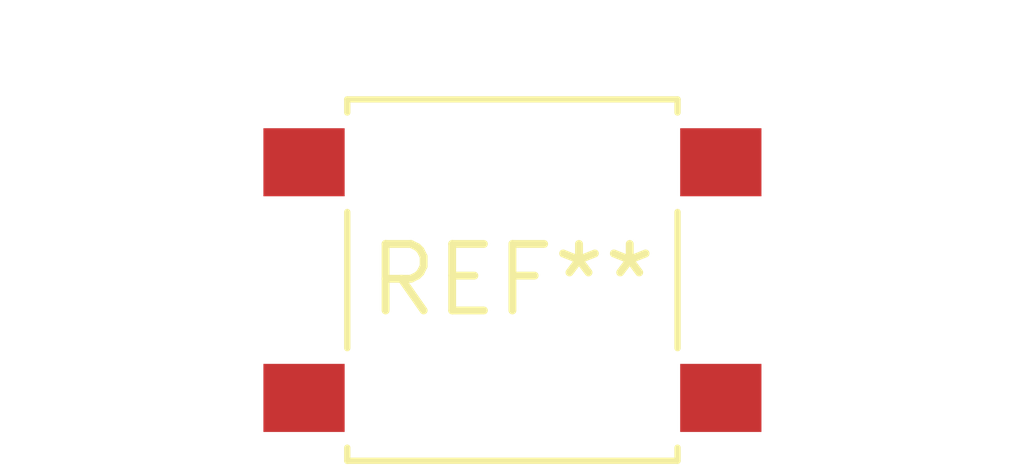
<source format=kicad_pcb>
(kicad_pcb (version 20240108) (generator pcbnew)
  (layers (0 "F.Cu" signal) (31 "B.Cu" signal) (34 "B.Paste" user) (35 "F.Paste" user) (36 "B.SilkS" user "B.Silkscreen") (37 "F.SilkS" user "F.Silkscreen") (38 "B.Mask" user) (39 "F.Mask" user) (44 "Edge.Cuts" user))
  (net 0 "")
  (footprint "SW_SPST_B3S-1000" (layer "F.Cu") (at 0 0)
    (property "Reference" "REF**")
    (property "Value" "SW_SPST_B3S-1000")
    (fp_line (start -3.15 -3.45) (end 3.15 -3.45) (layer "F.SilkS") (stroke (width 0.12)))
    (fp_line (start -3.15 -3.2) (end -3.15 -3.45) (layer "F.SilkS") (stroke (width 0.12)))
    (fp_line (start -3.15 1.3) (end -3.15 -1.3) (layer "F.SilkS") (stroke (width 0.12)))
    (fp_line (start -3.15 3.45) (end -3.15 3.2) (layer "F.SilkS") (stroke (width 0.12)))
    (fp_line (start 3.15 -3.45) (end 3.15 -3.2) (layer "F.SilkS") (stroke (width 0.12)))
    (fp_line (start 3.15 -1.3) (end 3.15 1.3) (layer "F.SilkS") (stroke (width 0.12)))
    (fp_line (start 3.15 3.2) (end 3.15 3.45) (layer "F.SilkS") (stroke (width 0.12)))
    (fp_line (start 3.15 3.45) (end -3.15 3.45) (layer "F.SilkS") (stroke (width 0.12)))
    (pad "1" smd rect (at -3.975 -2.25) (size 1.55 1.3) (layers "F.Cu" "F.Paste" "F.Mask"))
    (pad "1" smd rect (at 3.975 -2.25) (size 1.55 1.3) (layers "F.Cu" "F.Paste" "F.Mask"))
    (pad "2" smd rect (at -3.975 2.25) (size 1.55 1.3) (layers "F.Cu" "F.Paste" "F.Mask"))
    (pad "2" smd rect (at 3.975 2.25) (size 1.55 1.3) (layers "F.Cu" "F.Paste" "F.Mask"))
  )
)
</source>
